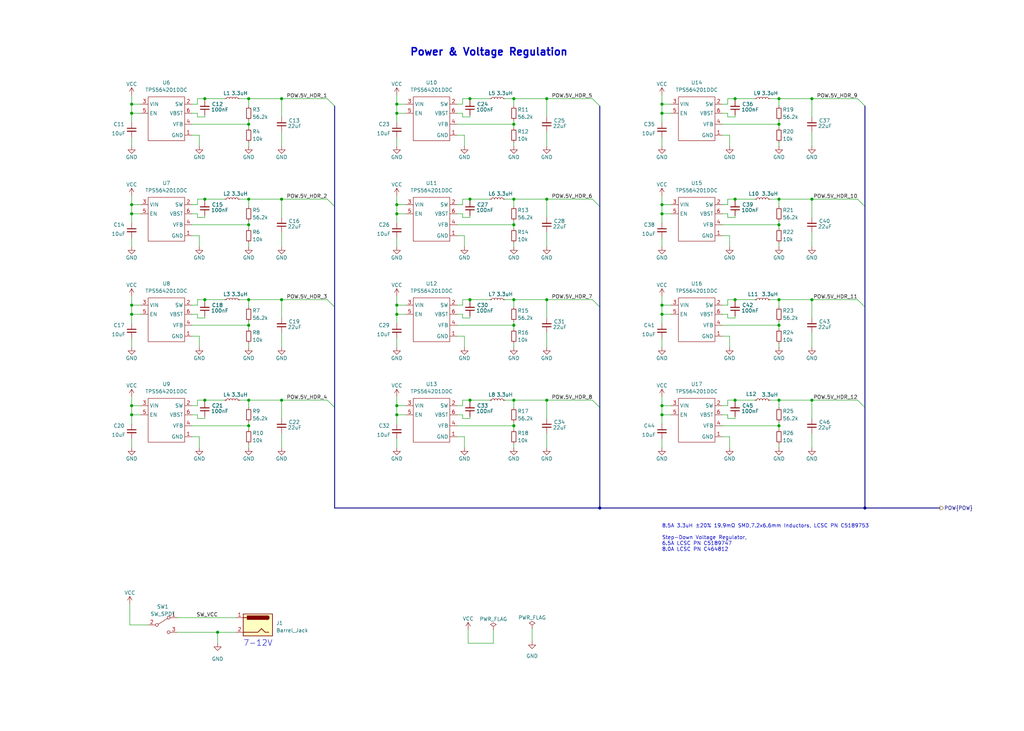
<source format=kicad_sch>
(kicad_sch (version 20231120) (generator "eeschema") (generator_version "8.0")
  (paper "User" 355.6 254)
  (junction (at 229.87 144.145))
  (junction (at 255.27 104.14))
  (junction (at 86.36 139.065))
  (junction (at 178.435 113.03))
  (junction (at 86.36 78.105))
  (junction (at 45.72 140.97))
  (junction (at 270.51 34.29))
  (junction (at 86.36 113.03))
  (junction (at 137.795 140.97))
  (junction (at 137.795 144.145))
  (junction (at 178.435 139.065))
  (junction (at 45.72 109.22))
  (junction (at 270.51 104.14))
  (junction (at 45.72 39.37))
  (junction (at 45.72 36.195))
  (junction (at 178.435 43.18))
  (junction (at 97.79 104.14))
  (junction (at 270.51 78.105))
  (junction (at 97.79 139.065))
  (junction (at 189.865 104.14))
  (junction (at 229.87 140.97))
  (junction (at 71.12 69.215))
  (junction (at 163.195 104.14))
  (junction (at 281.94 104.14))
  (junction (at 45.72 74.295))
  (junction (at 178.435 34.29))
  (junction (at 229.87 36.195))
  (junction (at 178.435 147.955))
  (junction (at 71.12 104.14))
  (junction (at 255.27 34.29))
  (junction (at 71.12 34.29))
  (junction (at 86.36 43.18))
  (junction (at 229.87 109.22))
  (junction (at 45.72 71.12))
  (junction (at 255.27 139.065))
  (junction (at 86.36 104.14))
  (junction (at 281.94 69.215))
  (junction (at 137.795 109.22))
  (junction (at 86.36 69.215))
  (junction (at 137.795 71.12))
  (junction (at 229.87 71.12))
  (junction (at 300.355 176.53))
  (junction (at 86.36 147.955))
  (junction (at 178.435 78.105))
  (junction (at 163.195 69.215))
  (junction (at 189.865 139.065))
  (junction (at 137.795 39.37))
  (junction (at 229.87 74.295))
  (junction (at 86.36 34.29))
  (junction (at 137.795 74.295))
  (junction (at 270.51 139.065))
  (junction (at 270.51 43.18))
  (junction (at 137.795 106.045))
  (junction (at 178.435 104.14))
  (junction (at 281.94 34.29))
  (junction (at 270.51 147.955))
  (junction (at 45.72 106.045))
  (junction (at 163.195 34.29))
  (junction (at 189.865 34.29))
  (junction (at 189.865 69.215))
  (junction (at 75.565 219.71))
  (junction (at 229.87 106.045))
  (junction (at 255.27 69.215))
  (junction (at 97.79 69.215))
  (junction (at 163.195 139.065))
  (junction (at 71.12 139.065))
  (junction (at 45.72 144.145))
  (junction (at 229.87 39.37))
  (junction (at 270.51 69.215))
  (junction (at 270.51 113.03))
  (junction (at 281.94 139.065))
  (junction (at 137.795 36.195))
  (junction (at 97.79 34.29))
  (junction (at 208.28 176.53))
  (junction (at 178.435 69.215))
  (bus_entry (at 113.665 69.215) (size 2.54 2.54))
  (bus_entry (at 205.74 69.215) (size 2.54 2.54))
  (bus_entry (at 205.74 104.14) (size 2.54 2.54))
  (bus_entry (at 113.665 139.065) (size 2.54 2.54))
  (bus_entry (at 297.815 104.14) (size 2.54 2.54))
  (bus_entry (at 205.74 139.065) (size 2.54 2.54))
  (bus_entry (at 297.815 139.065) (size 2.54 2.54))
  (bus_entry (at 205.74 34.29) (size 2.54 2.54))
  (bus_entry (at 297.815 34.29) (size 2.54 2.54))
  (bus_entry (at 113.665 34.29) (size 2.54 2.54))
  (bus_entry (at 113.665 104.14) (size 2.54 2.54))
  (bus_entry (at 297.815 69.215) (size 2.54 2.54))
  (wire (pts (xy 97.79 115.57) (xy 97.79 120.65)))
  (wire (pts (xy 160.655 74.295) (xy 160.655 75.565)))
  (wire (pts (xy 45.72 106.045) (xy 45.72 109.22)))
  (wire (pts (xy 189.865 80.645) (xy 189.865 85.725)))
  (wire (pts (xy 160.655 34.29) (xy 163.195 34.29)))
  (wire (pts (xy 86.36 104.14) (xy 86.36 106.68)))
  (wire (pts (xy 255.27 75.565) (xy 255.27 74.93)))
  (wire (pts (xy 137.795 33.02) (xy 137.795 36.195)))
  (wire (pts (xy 229.87 71.12) (xy 229.87 74.295)))
  (wire (pts (xy 163.195 145.415) (xy 163.195 144.78)))
  (bus (pts (xy 116.205 141.605) (xy 116.205 176.53)))
  (wire (pts (xy 160.655 104.14) (xy 160.655 106.045)))
  (wire (pts (xy 160.655 75.565) (xy 163.195 75.565)))
  (wire (pts (xy 71.12 139.065) (xy 71.12 139.7)))
  (wire (pts (xy 45.72 71.12) (xy 48.895 71.12)))
  (wire (pts (xy 137.795 117.475) (xy 137.795 120.65)))
  (wire (pts (xy 45.72 36.195) (xy 45.72 39.37)))
  (wire (pts (xy 137.795 140.97) (xy 137.795 144.145)))
  (wire (pts (xy 189.865 45.72) (xy 189.865 50.8)))
  (wire (pts (xy 45.72 137.795) (xy 45.72 140.97)))
  (wire (pts (xy 68.58 109.22) (xy 68.58 110.49)))
  (wire (pts (xy 189.865 115.57) (xy 189.865 120.65)))
  (wire (pts (xy 97.79 34.29) (xy 113.665 34.29)))
  (wire (pts (xy 97.79 34.29) (xy 97.79 40.64)))
  (wire (pts (xy 66.675 109.22) (xy 68.58 109.22)))
  (wire (pts (xy 97.79 139.065) (xy 113.665 139.065)))
  (wire (pts (xy 83.185 34.29) (xy 86.36 34.29)))
  (wire (pts (xy 158.75 39.37) (xy 160.655 39.37)))
  (wire (pts (xy 252.73 75.565) (xy 255.27 75.565)))
  (wire (pts (xy 281.94 150.495) (xy 281.94 155.575)))
  (wire (pts (xy 252.73 36.195) (xy 250.825 36.195)))
  (wire (pts (xy 250.825 46.99) (xy 253.365 46.99)))
  (wire (pts (xy 68.58 69.215) (xy 71.12 69.215)))
  (wire (pts (xy 270.51 154.305) (xy 270.51 155.575)))
  (wire (pts (xy 270.51 104.14) (xy 270.51 106.68)))
  (wire (pts (xy 86.36 111.76) (xy 86.36 113.03)))
  (wire (pts (xy 69.215 151.765) (xy 69.215 155.575)))
  (wire (pts (xy 137.795 82.55) (xy 137.795 85.725)))
  (wire (pts (xy 83.185 139.065) (xy 86.36 139.065)))
  (wire (pts (xy 255.27 34.29) (xy 262.255 34.29)))
  (wire (pts (xy 189.865 34.29) (xy 205.74 34.29)))
  (wire (pts (xy 178.435 139.065) (xy 178.435 141.605)))
  (wire (pts (xy 137.795 144.145) (xy 137.795 147.32)))
  (wire (pts (xy 71.12 104.14) (xy 78.105 104.14)))
  (wire (pts (xy 71.12 75.565) (xy 71.12 74.93)))
  (wire (pts (xy 68.58 34.29) (xy 68.58 36.195)))
  (wire (pts (xy 189.865 139.065) (xy 205.74 139.065)))
  (wire (pts (xy 270.51 139.065) (xy 281.94 139.065)))
  (wire (pts (xy 45.72 33.02) (xy 45.72 36.195)))
  (wire (pts (xy 66.675 113.03) (xy 86.36 113.03)))
  (wire (pts (xy 66.675 39.37) (xy 68.58 39.37)))
  (wire (pts (xy 71.12 110.49) (xy 71.12 109.855)))
  (wire (pts (xy 270.51 41.91) (xy 270.51 43.18)))
  (wire (pts (xy 229.87 109.22) (xy 229.87 112.395)))
  (wire (pts (xy 250.825 43.18) (xy 270.51 43.18)))
  (bus (pts (xy 208.28 176.53) (xy 300.355 176.53)))
  (wire (pts (xy 161.29 81.915) (xy 161.29 85.725)))
  (bus (pts (xy 208.28 71.755) (xy 208.28 106.68)))
  (wire (pts (xy 86.36 146.685) (xy 86.36 147.955)))
  (wire (pts (xy 229.87 71.12) (xy 233.045 71.12)))
  (wire (pts (xy 71.12 104.14) (xy 71.12 104.775)))
  (wire (pts (xy 252.73 140.97) (xy 250.825 140.97)))
  (wire (pts (xy 45.72 47.625) (xy 45.72 50.8)))
  (wire (pts (xy 178.435 119.38) (xy 178.435 120.65)))
  (wire (pts (xy 51.435 217.17) (xy 45.085 217.17)))
  (wire (pts (xy 175.26 139.065) (xy 178.435 139.065)))
  (wire (pts (xy 178.435 104.14) (xy 178.435 106.68)))
  (wire (pts (xy 178.435 41.91) (xy 178.435 43.18)))
  (wire (pts (xy 137.795 144.145) (xy 140.97 144.145)))
  (wire (pts (xy 137.795 47.625) (xy 137.795 50.8)))
  (wire (pts (xy 68.58 110.49) (xy 71.12 110.49)))
  (wire (pts (xy 69.215 81.915) (xy 69.215 85.725)))
  (wire (pts (xy 267.335 104.14) (xy 270.51 104.14)))
  (wire (pts (xy 160.655 69.215) (xy 163.195 69.215)))
  (wire (pts (xy 68.58 74.295) (xy 68.58 75.565)))
  (wire (pts (xy 229.87 140.97) (xy 233.045 140.97)))
  (wire (pts (xy 250.825 151.765) (xy 253.365 151.765)))
  (wire (pts (xy 252.73 74.295) (xy 252.73 75.565)))
  (wire (pts (xy 86.36 69.215) (xy 86.36 71.755)))
  (wire (pts (xy 250.825 74.295) (xy 252.73 74.295)))
  (wire (pts (xy 252.73 145.415) (xy 255.27 145.415)))
  (wire (pts (xy 253.365 116.84) (xy 253.365 120.65)))
  (wire (pts (xy 255.27 139.065) (xy 262.255 139.065)))
  (wire (pts (xy 163.195 69.215) (xy 170.18 69.215)))
  (wire (pts (xy 252.73 71.12) (xy 250.825 71.12)))
  (wire (pts (xy 137.795 137.795) (xy 137.795 140.97)))
  (wire (pts (xy 255.27 139.065) (xy 255.27 139.7)))
  (wire (pts (xy 68.58 104.14) (xy 71.12 104.14)))
  (wire (pts (xy 189.865 104.14) (xy 205.74 104.14)))
  (wire (pts (xy 175.26 104.14) (xy 178.435 104.14)))
  (wire (pts (xy 178.435 146.685) (xy 178.435 147.955)))
  (wire (pts (xy 178.435 49.53) (xy 178.435 50.8)))
  (wire (pts (xy 270.51 34.29) (xy 270.51 36.83)))
  (wire (pts (xy 189.865 34.29) (xy 189.865 40.64)))
  (wire (pts (xy 158.75 109.22) (xy 160.655 109.22)))
  (wire (pts (xy 162.56 218.821) (xy 162.56 223.52)))
  (wire (pts (xy 45.72 109.22) (xy 48.895 109.22)))
  (wire (pts (xy 86.36 139.065) (xy 97.79 139.065)))
  (wire (pts (xy 68.58 71.12) (xy 66.675 71.12)))
  (wire (pts (xy 97.79 104.14) (xy 113.665 104.14)))
  (wire (pts (xy 66.675 46.99) (xy 69.215 46.99)))
  (wire (pts (xy 255.27 34.29) (xy 255.27 34.925)))
  (wire (pts (xy 252.73 104.14) (xy 252.73 106.045)))
  (wire (pts (xy 189.865 104.14) (xy 189.865 110.49)))
  (wire (pts (xy 178.435 43.18) (xy 178.435 44.45)))
  (wire (pts (xy 281.94 69.215) (xy 281.94 75.565)))
  (wire (pts (xy 45.72 67.945) (xy 45.72 71.12)))
  (wire (pts (xy 137.795 109.22) (xy 140.97 109.22)))
  (wire (pts (xy 252.73 110.49) (xy 255.27 110.49)))
  (wire (pts (xy 250.825 147.955) (xy 270.51 147.955)))
  (bus (pts (xy 300.355 176.53) (xy 326.39 176.53)))
  (wire (pts (xy 137.795 71.12) (xy 137.795 74.295)))
  (wire (pts (xy 83.185 104.14) (xy 86.36 104.14)))
  (wire (pts (xy 45.72 36.195) (xy 48.895 36.195)))
  (bus (pts (xy 116.205 106.68) (xy 116.205 141.605)))
  (wire (pts (xy 86.36 119.38) (xy 86.36 120.65)))
  (wire (pts (xy 255.27 104.14) (xy 262.255 104.14)))
  (wire (pts (xy 229.87 152.4) (xy 229.87 155.575)))
  (wire (pts (xy 270.51 147.955) (xy 270.51 149.225)))
  (wire (pts (xy 45.72 71.12) (xy 45.72 74.295)))
  (wire (pts (xy 137.795 102.87) (xy 137.795 106.045)))
  (bus (pts (xy 300.355 36.83) (xy 300.355 71.755)))
  (wire (pts (xy 184.785 218.44) (xy 184.785 222.885)))
  (wire (pts (xy 178.435 84.455) (xy 178.435 85.725)))
  (wire (pts (xy 270.51 76.835) (xy 270.51 78.105)))
  (wire (pts (xy 252.73 69.215) (xy 252.73 71.12)))
  (wire (pts (xy 137.795 39.37) (xy 137.795 42.545)))
  (wire (pts (xy 163.195 34.29) (xy 163.195 34.925)))
  (wire (pts (xy 178.435 69.215) (xy 189.865 69.215)))
  (wire (pts (xy 270.51 111.76) (xy 270.51 113.03)))
  (wire (pts (xy 270.51 119.38) (xy 270.51 120.65)))
  (wire (pts (xy 71.12 69.215) (xy 71.12 69.85)))
  (wire (pts (xy 252.73 109.22) (xy 252.73 110.49)))
  (wire (pts (xy 178.435 69.215) (xy 178.435 71.755)))
  (bus (pts (xy 300.355 71.755) (xy 300.355 106.68)))
  (wire (pts (xy 163.195 104.14) (xy 170.18 104.14)))
  (wire (pts (xy 45.085 209.804) (xy 45.085 217.17)))
  (wire (pts (xy 83.185 69.215) (xy 86.36 69.215)))
  (wire (pts (xy 270.51 49.53) (xy 270.51 50.8)))
  (wire (pts (xy 178.435 154.305) (xy 178.435 155.575)))
  (wire (pts (xy 45.72 82.55) (xy 45.72 85.725)))
  (wire (pts (xy 270.51 84.455) (xy 270.51 85.725)))
  (wire (pts (xy 171.323 218.948) (xy 171.323 223.52)))
  (wire (pts (xy 267.335 69.215) (xy 270.51 69.215)))
  (wire (pts (xy 163.195 139.065) (xy 170.18 139.065)))
  (wire (pts (xy 270.51 113.03) (xy 270.51 114.3)))
  (wire (pts (xy 68.58 40.64) (xy 71.12 40.64)))
  (wire (pts (xy 137.795 74.295) (xy 140.97 74.295)))
  (wire (pts (xy 45.72 74.295) (xy 48.895 74.295)))
  (wire (pts (xy 229.87 137.795) (xy 229.87 140.97)))
  (wire (pts (xy 178.435 111.76) (xy 178.435 113.03)))
  (wire (pts (xy 229.87 109.22) (xy 233.045 109.22)))
  (wire (pts (xy 281.94 34.29) (xy 281.94 40.64)))
  (wire (pts (xy 229.87 36.195) (xy 229.87 39.37)))
  (wire (pts (xy 86.36 84.455) (xy 86.36 85.725)))
  (wire (pts (xy 68.58 39.37) (xy 68.58 40.64)))
  (wire (pts (xy 161.29 151.765) (xy 161.29 155.575)))
  (wire (pts (xy 178.435 34.29) (xy 178.435 36.83)))
  (wire (pts (xy 270.51 78.105) (xy 270.51 79.375)))
  (wire (pts (xy 270.51 43.18) (xy 270.51 44.45)))
  (wire (pts (xy 97.79 150.495) (xy 97.79 155.575)))
  (wire (pts (xy 250.825 116.84) (xy 253.365 116.84)))
  (wire (pts (xy 270.51 146.685) (xy 270.51 147.955)))
  (wire (pts (xy 71.12 40.64) (xy 71.12 40.005)))
  (wire (pts (xy 252.73 139.065) (xy 255.27 139.065)))
  (bus (pts (xy 116.205 176.53) (xy 208.28 176.53)))
  (wire (pts (xy 270.51 104.14) (xy 281.94 104.14)))
  (wire (pts (xy 86.36 76.835) (xy 86.36 78.105)))
  (wire (pts (xy 160.655 69.215) (xy 160.655 71.12)))
  (wire (pts (xy 158.75 46.99) (xy 161.29 46.99)))
  (wire (pts (xy 161.29 46.99) (xy 161.29 50.8)))
  (wire (pts (xy 252.73 139.065) (xy 252.73 140.97)))
  (wire (pts (xy 171.323 223.52) (xy 162.56 223.52)))
  (wire (pts (xy 160.655 36.195) (xy 158.75 36.195)))
  (wire (pts (xy 68.58 75.565) (xy 71.12 75.565)))
  (wire (pts (xy 160.655 140.97) (xy 158.75 140.97)))
  (wire (pts (xy 281.94 139.065) (xy 281.94 145.415)))
  (wire (pts (xy 175.26 69.215) (xy 178.435 69.215)))
  (wire (pts (xy 229.87 39.37) (xy 233.045 39.37)))
  (bus (pts (xy 208.28 36.83) (xy 208.28 71.755)))
  (wire (pts (xy 71.12 139.065) (xy 78.105 139.065)))
  (bus (pts (xy 116.205 71.755) (xy 116.205 106.68)))
  (wire (pts (xy 66.675 81.915) (xy 69.215 81.915)))
  (wire (pts (xy 281.94 115.57) (xy 281.94 120.65)))
  (wire (pts (xy 229.87 67.945) (xy 229.87 71.12)))
  (wire (pts (xy 71.12 34.29) (xy 71.12 34.925)))
  (wire (pts (xy 66.675 78.105) (xy 86.36 78.105)))
  (wire (pts (xy 229.87 74.295) (xy 229.87 77.47)))
  (wire (pts (xy 281.94 104.14) (xy 297.815 104.14)))
  (wire (pts (xy 137.795 39.37) (xy 140.97 39.37)))
  (wire (pts (xy 250.825 78.105) (xy 270.51 78.105)))
  (wire (pts (xy 252.73 144.145) (xy 252.73 145.415)))
  (wire (pts (xy 45.72 140.97) (xy 45.72 144.145)))
  (wire (pts (xy 66.675 144.145) (xy 68.58 144.145)))
  (wire (pts (xy 137.795 109.22) (xy 137.795 112.395)))
  (wire (pts (xy 178.435 78.105) (xy 178.435 79.375)))
  (wire (pts (xy 229.87 106.045) (xy 233.045 106.045)))
  (wire (pts (xy 281.94 139.065) (xy 297.815 139.065)))
  (wire (pts (xy 158.75 144.145) (xy 160.655 144.145)))
  (wire (pts (xy 68.58 139.065) (xy 71.12 139.065)))
  (wire (pts (xy 250.825 81.915) (xy 253.365 81.915)))
  (wire (pts (xy 86.36 41.91) (xy 86.36 43.18)))
  (wire (pts (xy 158.75 113.03) (xy 178.435 113.03)))
  (wire (pts (xy 86.36 69.215) (xy 97.79 69.215)))
  (wire (pts (xy 255.27 110.49) (xy 255.27 109.855)))
  (wire (pts (xy 229.87 140.97) (xy 229.87 144.145)))
  (wire (pts (xy 229.87 33.02) (xy 229.87 36.195)))
  (wire (pts (xy 160.655 139.065) (xy 163.195 139.065)))
  (wire (pts (xy 97.79 45.72) (xy 97.79 50.8)))
  (wire (pts (xy 45.72 144.145) (xy 45.72 147.32)))
  (wire (pts (xy 69.215 46.99) (xy 69.215 50.8)))
  (wire (pts (xy 160.655 71.12) (xy 158.75 71.12)))
  (wire (pts (xy 163.195 104.14) (xy 163.195 104.775)))
  (wire (pts (xy 86.36 34.29) (xy 86.36 36.83)))
  (wire (pts (xy 45.72 102.87) (xy 45.72 106.045)))
  (wire (pts (xy 66.675 147.955) (xy 86.36 147.955)))
  (wire (pts (xy 229.87 144.145) (xy 229.87 147.32)))
  (wire (pts (xy 281.94 69.215) (xy 297.815 69.215)))
  (wire (pts (xy 68.58 36.195) (xy 66.675 36.195)))
  (wire (pts (xy 160.655 110.49) (xy 163.195 110.49)))
  (wire (pts (xy 68.58 104.14) (xy 68.58 106.045)))
  (wire (pts (xy 66.675 74.295) (xy 68.58 74.295)))
  (wire (pts (xy 71.12 69.215) (xy 78.105 69.215)))
  (wire (pts (xy 178.435 34.29) (xy 189.865 34.29)))
  (wire (pts (xy 160.655 34.29) (xy 160.655 36.195)))
  (wire (pts (xy 97.79 69.215) (xy 113.665 69.215)))
  (wire (pts (xy 137.795 152.4) (xy 137.795 155.575)))
  (wire (pts (xy 158.75 78.105) (xy 178.435 78.105)))
  (wire (pts (xy 160.655 145.415) (xy 163.195 145.415)))
  (wire (pts (xy 229.87 39.37) (xy 229.87 42.545)))
  (wire (pts (xy 66.675 43.18) (xy 86.36 43.18)))
  (wire (pts (xy 229.87 82.55) (xy 229.87 85.725)))
  (wire (pts (xy 229.87 106.045) (xy 229.87 109.22)))
  (wire (pts (xy 45.72 140.97) (xy 48.895 140.97)))
  (wire (pts (xy 160.655 106.045) (xy 158.75 106.045)))
  (wire (pts (xy 281.94 104.14) (xy 281.94 110.49)))
  (wire (pts (xy 45.72 109.22) (xy 45.72 112.395)))
  (wire (pts (xy 281.94 80.645) (xy 281.94 85.725)))
  (wire (pts (xy 250.825 144.145) (xy 252.73 144.145)))
  (wire (pts (xy 160.655 104.14) (xy 163.195 104.14)))
  (wire (pts (xy 255.27 69.215) (xy 255.27 69.85)))
  (wire (pts (xy 255.27 104.14) (xy 255.27 104.775)))
  (wire (pts (xy 229.87 102.87) (xy 229.87 106.045)))
  (wire (pts (xy 252.73 106.045) (xy 250.825 106.045)))
  (wire (pts (xy 97.79 80.645) (xy 97.79 85.725)))
  (wire (pts (xy 45.72 106.045) (xy 48.895 106.045)))
  (wire (pts (xy 270.51 34.29) (xy 281.94 34.29)))
  (wire (pts (xy 178.435 76.835) (xy 178.435 78.105)))
  (wire (pts (xy 86.36 139.065) (xy 86.36 141.605)))
  (wire (pts (xy 270.51 139.065) (xy 270.51 141.605)))
  (wire (pts (xy 250.825 39.37) (xy 252.73 39.37)))
  (wire (pts (xy 69.215 116.84) (xy 69.215 120.65)))
  (wire (pts (xy 68.58 34.29) (xy 71.12 34.29)))
  (wire (pts (xy 163.195 69.215) (xy 163.195 69.85)))
  (wire (pts (xy 45.72 74.295) (xy 45.72 77.47)))
  (wire (pts (xy 137.795 106.045) (xy 137.795 109.22)))
  (wire (pts (xy 189.865 69.215) (xy 189.865 75.565)))
  (bus (pts (xy 208.28 141.605) (xy 208.28 176.53)))
  (wire (pts (xy 68.58 139.065) (xy 68.58 140.97)))
  (wire (pts (xy 229.87 47.625) (xy 229.87 50.8)))
  (bus (pts (xy 116.205 36.83) (xy 116.205 71.755)))
  (wire (pts (xy 160.655 40.64) (xy 163.195 40.64)))
  (wire (pts (xy 267.335 34.29) (xy 270.51 34.29)))
  (wire (pts (xy 189.865 69.215) (xy 205.74 69.215)))
  (wire (pts (xy 86.36 43.18) (xy 86.36 44.45)))
  (wire (pts (xy 161.29 116.84) (xy 161.29 120.65)))
  (wire (pts (xy 175.26 34.29) (xy 178.435 34.29)))
  (wire (pts (xy 250.825 109.22) (xy 252.73 109.22)))
  (wire (pts (xy 45.72 117.475) (xy 45.72 120.65)))
  (wire (pts (xy 97.79 104.14) (xy 97.79 110.49)))
  (wire (pts (xy 68.58 145.415) (xy 71.12 145.415)))
  (wire (pts (xy 253.365 151.765) (xy 253.365 155.575)))
  (wire (pts (xy 163.195 75.565) (xy 163.195 74.93)))
  (wire (pts (xy 158.75 74.295) (xy 160.655 74.295)))
  (bus (pts (xy 208.28 106.68) (xy 208.28 141.605)))
  (wire (pts (xy 178.435 104.14) (xy 189.865 104.14)))
  (wire (pts (xy 158.75 43.18) (xy 178.435 43.18)))
  (wire (pts (xy 250.825 113.03) (xy 270.51 113.03)))
  (bus (pts (xy 300.355 141.605) (xy 300.355 176.53)))
  (wire (pts (xy 252.73 39.37) (xy 252.73 40.64)))
  (wire (pts (xy 253.365 46.99) (xy 253.365 50.8)))
  (wire (pts (xy 71.12 145.415) (xy 71.12 144.78)))
  (wire (pts (xy 86.36 104.14) (xy 97.79 104.14)))
  (wire (pts (xy 163.195 139.065) (xy 163.195 139.7)))
  (wire (pts (xy 229.87 117.475) (xy 229.87 120.65)))
  (wire (pts (xy 66.675 151.765) (xy 69.215 151.765)))
  (wire (pts (xy 255.27 69.215) (xy 262.255 69.215)))
  (wire (pts (xy 252.73 34.29) (xy 255.27 34.29)))
  (wire (pts (xy 137.795 74.295) (xy 137.795 77.47)))
  (wire (pts (xy 178.435 147.955) (xy 178.435 149.225)))
  (wire (pts (xy 158.75 116.84) (xy 161.29 116.84)))
  (wire (pts (xy 68.58 140.97) (xy 66.675 140.97)))
  (wire (pts (xy 75.565 219.71) (xy 75.565 223.52)))
  (wire (pts (xy 61.595 219.71) (xy 75.565 219.71)))
  (wire (pts (xy 71.12 34.29) (xy 78.105 34.29)))
  (wire (pts (xy 86.36 34.29) (xy 97.79 34.29)))
  (bus (pts (xy 300.355 106.68) (xy 300.355 141.605)))
  (wire (pts (xy 178.435 113.03) (xy 178.435 114.3)))
  (wire (pts (xy 68.58 106.045) (xy 66.675 106.045)))
  (wire (pts (xy 137.795 71.12) (xy 140.97 71.12)))
  (wire (pts (xy 163.195 110.49) (xy 163.195 109.855)))
  (wire (pts (xy 160.655 139.065) (xy 160.655 140.97)))
  (wire (pts (xy 61.595 214.63) (xy 81.915 214.63)))
  (wire (pts (xy 86.36 147.955) (xy 86.36 149.225)))
  (wire (pts (xy 137.795 67.945) (xy 137.795 71.12)))
  (wire (pts (xy 160.655 109.22) (xy 160.655 110.49)))
  (wire (pts (xy 86.36 113.03) (xy 86.36 114.3)))
  (wire (pts (xy 252.73 104.14) (xy 255.27 104.14)))
  (wire (pts (xy 158.75 147.955) (xy 178.435 147.955)))
  (wire (pts (xy 270.51 69.215) (xy 281.94 69.215)))
  (wire (pts (xy 252.73 40.64) (xy 255.27 40.64)))
  (wire (pts (xy 253.365 81.915) (xy 253.365 85.725)))
  (wire (pts (xy 158.75 151.765) (xy 161.29 151.765)))
  (wire (pts (xy 163.195 40.64) (xy 163.195 40.005)))
  (wire (pts (xy 281.94 45.72) (xy 281.94 50.8)))
  (wire (pts (xy 189.865 150.495) (xy 189.865 155.575)))
  (wire (pts (xy 68.58 69.215) (xy 68.58 71.12)))
  (wire (pts (xy 229.87 144.145) (xy 233.045 144.145)))
  (wire (pts (xy 86.36 49.53) (xy 86.36 50.8)))
  (wire (pts (xy 281.94 34.29) (xy 297.815 34.29)))
  (wire (pts (xy 86.36 78.105) (xy 86.36 79.375)))
  (wire (pts (xy 255.27 40.64) (xy 255.27 40.005)))
  (wire (pts (xy 229.87 74.295) (xy 233.045 74.295)))
  (wire (pts (xy 255.27 145.415) (xy 255.27 144.78)))
  (wire (pts (xy 97.79 69.215) (xy 97.79 75.565)))
  (wire (pts (xy 267.335 139.065) (xy 270.51 139.065)))
  (wire (pts (xy 137.795 36.195) (xy 137.795 39.37)))
  (wire (pts (xy 45.72 144.145) (xy 48.895 144.145)))
  (wire (pts (xy 252.73 69.215) (xy 255.27 69.215)))
  (wire (pts (xy 163.195 34.29) (xy 170.18 34.29)))
  (wire (pts (xy 86.36 154.305) (xy 86.36 155.575)))
  (wire (pts (xy 137.795 140.97) (xy 140.97 140.97)))
  (wire (pts (xy 75.565 219.71) (xy 81.915 219.71)))
  (wire (pts (xy 66.675 116.84) (xy 69.215 116.84)))
  (wire (pts (xy 137.795 106.045) (xy 140.97 106.045)))
  (wire (pts (xy 189.865 139.065) (xy 189.865 145.415)))
  (wire (pts (xy 45.72 39.37) (xy 45.72 42.545)))
  (wire (pts (xy 160.655 39.37) (xy 160.655 40.64)))
  (wire (pts (xy 270.51 69.215) (xy 270.51 71.755)))
  (wire (pts (xy 160.655 144.145) (xy 160.655 145.415)))
  (wire (pts (xy 97.79 139.065) (xy 97.79 145.415)))
  (wire (pts (xy 158.75 81.915) (xy 161.29 81.915)))
  (wire (pts (xy 45.72 39.37) (xy 48.895 39.37)))
  (wire (pts (xy 68.58 144.145) (xy 68.58 145.415)))
  (wire (pts (xy 137.795 36.195) (xy 140.97 36.195)))
  (wire (pts (xy 45.72 152.4) (xy 45.72 155.575)))
  (wire (pts (xy 229.87 36.195) (xy 233.045 36.195)))
  (wire (pts (xy 252.73 34.29) (xy 252.73 36.195)))
  (wire (pts (xy 178.435 139.065) (xy 189.865 139.065)))
  (text "7-12V" (at 84.455 224.79 0) (effects (font (size 2.032 2.032)) (justify left bottom)))
  (text "\n\n8.5A 3.3uH ±20% 19.9mΩ SMD,7.2x6.6mm Inductors, LCSC PN C5189753\n\nStep-Down Voltage Regulator, \n6.5A LCSC PN C5189747\n8.0A LCSC PN C464812" (at 229.87 191.77 0) (effects (font (size 1.27 1.27)) (justify left bottom)))
  (text "Power & Voltage Regulation" (at 142.24 19.685 0) (effects (font (size 2.54 2.54) (thickness 0.508) (bold yes)) (justify left bottom)))
  (label "POW.5V_HDR_6" (at 205.74 69.215 180))
  (label "POW.5V_HDR_3" (at 113.665 104.14 180))
  (label "POW.5V_HDR_5" (at 205.74 34.29 180))
  (label "POW.5V_HDR_7" (at 205.74 104.14 180))
  (label "POW.5V_HDR_10" (at 297.815 69.215 180))
  (label "POW.5V_HDR_2" (at 113.665 69.215 180))
  (label "POW.5V_HDR_1" (at 113.665 34.29 180))
  (label "POW.5V_HDR_4" (at 113.665 139.065 180))
  (label "SW_VCC" (at 68.199 214.63 0))
  (label "POW.5V_HDR_8" (at 205.74 139.065 180))
  (label "POW.5V_HDR_11" (at 297.815 104.14 180))
  (label "POW.5V_HDR_12" (at 297.815 139.065 180))
  (label "POW.5V_HDR_9" (at 297.815 34.29 180))
  (hierarchical_label "POW{POW}" (shape output) (at 326.39 176.53 0))
  (symbol (lib_id "arena_custom:TPS564201DDC") (at 57.785 111.125 0) (unit 1)
    (property "Reference" "U8" (at 57.785 98.552 0))
    (property "Value" "TPS564201DDC" (at 57.785 101.092 0))
    (property "Footprint" "Package_TO_SOT_SMD:SOT-23-6" (effects (hide yes)))
  )
  (symbol (lib_id "Device:C_Small") (at 45.72 149.86 0) (unit 1)
    (property "Reference" "C20" (at 39.37 147.955 0) (effects (justify left)))
    (property "Value" "10uF" (at 38.735 151.13 0) (effects (justify left)))
    (property "Footprint" "Capacitor_SMD:C_0603_1608Metric" (effects (hide yes)))
  )
  (symbol (lib_id "arena_custom:TPS564201DDC") (at 149.86 146.05 0) (unit 1)
    (property "Reference" "U13" (at 149.86 133.477 0))
    (property "Value" "TPS564201DDC" (at 149.86 136.017 0))
    (property "Footprint" "Package_TO_SOT_SMD:SOT-23-6" (effects (hide yes)))
  )
  (symbol (lib_id "arena_custom:TPS564201DDC") (at 149.86 111.125 0) (unit 1)
    (property "Reference" "U12" (at 149.86 98.552 0))
    (property "Value" "TPS564201DDC" (at 149.86 101.092 0))
    (property "Footprint" "Package_TO_SOT_SMD:SOT-23-6" (effects (hide yes)))
  )
  (symbol (lib_id "Device:C_Small") (at 229.87 149.86 0) (unit 1)
    (property "Reference" "C44" (at 223.52 147.955 0) (effects (justify left)))
    (property "Value" "10uF" (at 222.885 151.13 0) (effects (justify left)))
    (property "Footprint" "Capacitor_SMD:C_0603_1608Metric" (effects (hide yes)))
  )
  (symbol (lib_id "power:GND") (at 270.51 50.8 0) (unit 1)
    (property "Reference" "#PWR0110" (effects (hide yes)))
    (property "Value" "GND" (at 270.51 54.61 0))
  )
  (symbol (lib_id "Device:C_Small") (at 97.79 43.18 180) (unit 1)
    (property "Reference" "C13" (at 104.14 41.91 0) (effects (justify left)))
    (property "Value" "22uF" (at 104.775 43.815 0) (effects (justify left)))
    (property "Footprint" "Capacitor_SMD:C_0603_1608Metric" (effects (hide yes)))
  )
  (symbol (lib_id "Device:C_Small") (at 255.27 37.465 180) (unit 1)
    (property "Reference" "C36" (at 261.62 36.195 0) (effects (justify left)))
    (property "Value" "100nF" (at 263.525 38.1 0) (effects (justify left)))
    (property "Footprint" "Capacitor_SMD:C_0603_1608Metric" (effects (hide yes)))
  )
  (symbol (lib_id "Device:C_Small") (at 137.795 149.86 0) (unit 1)
    (property "Reference" "C32" (at 131.445 147.955 0) (effects (justify left)))
    (property "Value" "10uF" (at 130.81 151.13 0) (effects (justify left)))
    (property "Footprint" "Capacitor_SMD:C_0603_1608Metric" (effects (hide yes)))
  )
  (symbol (lib_id "power:GND") (at 97.79 120.65 0) (unit 1)
    (property "Reference" "#PWR081" (effects (hide yes)))
    (property "Value" "GND" (at 97.79 124.46 0))
  )
  (symbol (lib_id "Device:R_Small") (at 270.51 144.145 0) (unit 1)
    (property "Reference" "R25" (at 271.78 142.875 0) (effects (justify left)))
    (property "Value" "56.2k" (at 271.78 145.415 0) (effects (justify left)))
    (property "Footprint" "Resistor_SMD:R_0603_1608Metric" (effects (hide yes)))
  )
  (symbol (lib_id "power:GND") (at 178.435 50.8 0) (unit 1)
    (property "Reference" "#PWR090" (effects (hide yes)))
    (property "Value" "GND" (at 178.435 54.61 0))
  )
  (symbol (lib_id "Device:C_Small") (at 163.195 37.465 180) (unit 1)
    (property "Reference" "C24" (at 169.545 36.195 0) (effects (justify left)))
    (property "Value" "100nF" (at 171.45 38.1 0) (effects (justify left)))
    (property "Footprint" "Capacitor_SMD:C_0603_1608Metric" (effects (hide yes)))
  )
  (symbol (lib_id "Device:C_Small") (at 71.12 142.24 180) (unit 1)
    (property "Reference" "C21" (at 77.47 140.97 0) (effects (justify left)))
    (property "Value" "100nF" (at 79.375 142.875 0) (effects (justify left)))
    (property "Footprint" "Capacitor_SMD:C_0603_1608Metric" (effects (hide yes)))
  )
  (symbol (lib_id "Device:C_Small") (at 281.94 43.18 180) (unit 1)
    (property "Reference" "C37" (at 288.29 41.91 0) (effects (justify left)))
    (property "Value" "22uF" (at 288.925 43.815 0) (effects (justify left)))
    (property "Footprint" "Capacitor_SMD:C_0603_1608Metric" (effects (hide yes)))
  )
  (symbol (lib_id "power:GND") (at 189.865 85.725 0) (unit 1)
    (property "Reference" "#PWR096" (effects (hide yes)))
    (property "Value" "GND" (at 189.865 89.535 0))
  )
  (symbol (lib_id "Device:R_Small") (at 86.36 81.915 0) (unit 1)
    (property "Reference" "R6" (at 87.63 80.645 0) (effects (justify left)))
    (property "Value" "10k" (at 87.63 83.185 0) (effects (justify left)))
    (property "Footprint" "Resistor_SMD:R_0603_1608Metric" (effects (hide yes)))
  )
  (symbol (lib_id "power:GND") (at 178.435 155.575 0) (unit 1)
    (property "Reference" "#PWR0105" (effects (hide yes)))
    (property "Value" "GND" (at 178.435 159.385 0))
  )
  (symbol (lib_id "Device:L_Small") (at 80.645 69.215 90) (unit 1)
    (property "Reference" "L2" (at 78.74 67.31 90))
    (property "Value" "3.3uH" (at 83.185 67.31 90))
    (property "Footprint" "arena_custom:CYA0650_3P3UH" (effects (hide yes)))
  )
  (symbol (lib_id "power:GND") (at 229.87 120.65 0) (unit 1)
    (property "Reference" "#PWR0118" (effects (hide yes)))
    (property "Value" "GND" (at 229.87 124.46 0))
  )
  (symbol (lib_id "Device:R_Small") (at 270.51 74.295 0) (unit 1)
    (property "Reference" "R21" (at 271.78 73.025 0) (effects (justify left)))
    (property "Value" "56.2k" (at 271.78 75.565 0) (effects (justify left)))
    (property "Footprint" "Resistor_SMD:R_0603_1608Metric" (effects (hide yes)))
  )
  (symbol (lib_id "power:GND") (at 189.865 155.575 0) (unit 1)
    (property "Reference" "#PWR0106" (effects (hide yes)))
    (property "Value" "GND" (at 189.865 159.385 0))
  )
  (symbol (lib_id "power:GND") (at 270.51 155.575 0) (unit 1)
    (property "Reference" "#PWR0125" (effects (hide yes)))
    (property "Value" "GND" (at 270.51 159.385 0))
  )
  (symbol (lib_id "power:GND") (at 97.79 85.725 0) (unit 1)
    (property "Reference" "#PWR054" (effects (hide yes)))
    (property "Value" "GND" (at 97.79 89.535 0))
  )
  (symbol (lib_id "power:GND") (at 137.795 50.8 0) (unit 1)
    (property "Reference" "#PWR088" (effects (hide yes)))
    (property "Value" "GND" (at 137.795 54.61 0))
  )
  (symbol (lib_id "power:GND") (at 45.72 50.8 0) (unit 1)
    (property "Reference" "#PWR04" (effects (hide yes)))
    (property "Value" "GND" (at 45.72 54.61 0))
  )
  (symbol (lib_id "power:GND") (at 161.29 50.8 0) (unit 1)
    (property "Reference" "#PWR089" (effects (hide yes)))
    (property "Value" "GND" (at 161.29 54.61 0))
  )
  (symbol (lib_id "Device:R_Small") (at 270.51 151.765 0) (unit 1)
    (property "Reference" "R26" (at 271.78 150.495 0) (effects (justify left)))
    (property "Value" "10k" (at 271.78 153.035 0) (effects (justify left)))
    (property "Footprint" "Resistor_SMD:R_0603_1608Metric" (effects (hide yes)))
  )
  (symbol (lib_id "power:GND") (at 178.435 85.725 0) (unit 1)
    (property "Reference" "#PWR095" (effects (hide yes)))
    (property "Value" "GND" (at 178.435 89.535 0))
  )
  (symbol (lib_id "power:GND") (at 86.36 120.65 0) (unit 1)
    (property "Reference" "#PWR080" (effects (hide yes)))
    (property "Value" "GND" (at 86.36 124.46 0))
  )
  (symbol (lib_id "power:GND") (at 253.365 50.8 0) (unit 1)
    (property "Reference" "#PWR0109" (effects (hide yes)))
    (property "Value" "GND" (at 253.365 54.61 0))
  )
  (symbol (lib_id "power:VCC") (at 45.72 67.945 0) (unit 1)
    (property "Reference" "#PWR024" (effects (hide yes)))
    (property "Value" "VCC" (at 45.72 64.135 0))
  )
  (symbol (lib_id "power:GND") (at 45.72 120.65 0) (unit 1)
    (property "Reference" "#PWR058" (effects (hide yes)))
    (property "Value" "GND" (at 45.72 124.46 0))
  )
  (symbol (lib_id "Device:L_Small") (at 172.72 104.14 90) (unit 1)
    (property "Reference" "L7" (at 170.815 102.235 90))
    (property "Value" "3.3uH" (at 175.26 102.235 90))
    (property "Footprint" "arena_custom:CYA0650_3P3UH" (effects (hide yes)))
  )
  (symbol (lib_id "Device:R_Small") (at 86.36 144.145 0) (unit 1)
    (property "Reference" "R9" (at 87.63 142.875 0) (effects (justify left)))
    (property "Value" "56.2k" (at 87.63 145.415 0) (effects (justify left)))
    (property "Footprint" "Resistor_SMD:R_0603_1608Metric" (effects (hide yes)))
  )
  (symbol (lib_id "power:VCC") (at 162.56 218.821 0) (unit 1)
    (property "Reference" "#PWR076" (effects (hide yes)))
    (property "Value" "VCC" (at 162.56 215.011 0))
  )
  (symbol (lib_id "power:GND") (at 45.72 85.725 0) (unit 1)
    (property "Reference" "#PWR038" (effects (hide yes)))
    (property "Value" "GND" (at 45.72 89.535 0))
  )
  (symbol (lib_id "power:VCC") (at 229.87 33.02 0) (unit 1)
    (property "Reference" "#PWR0107" (effects (hide yes)))
    (property "Value" "VCC" (at 229.87 29.21 0))
  )
  (symbol (lib_id "power:VCC") (at 137.795 137.795 0) (unit 1)
    (property "Reference" "#PWR0102" (effects (hide yes)))
    (property "Value" "VCC" (at 137.795 133.985 0))
  )
  (symbol (lib_id "power:GND") (at 137.795 155.575 0) (unit 1)
    (property "Reference" "#PWR0103" (effects (hide yes)))
    (property "Value" "GND" (at 137.795 159.385 0))
  )
  (symbol (lib_id "Device:C_Small") (at 97.79 113.03 180) (unit 1)
    (property "Reference" "C19" (at 104.14 111.76 0) (effects (justify left)))
    (property "Value" "22uF" (at 104.775 113.665 0) (effects (justify left)))
    (property "Footprint" "Capacitor_SMD:C_0603_1608Metric" (effects (hide yes)))
  )
  (symbol (lib_id "power:GND") (at 69.215 155.575 0) (unit 1)
    (property "Reference" "#PWR084" (effects (hide yes)))
    (property "Value" "GND" (at 69.215 159.385 0))
  )
  (symbol (lib_id "power:GND") (at 253.365 85.725 0) (unit 1)
    (property "Reference" "#PWR0114" (effects (hide yes)))
    (property "Value" "GND" (at 253.365 89.535 0))
  )
  (symbol (lib_id "power:VCC") (at 137.795 102.87 0) (unit 1)
    (property "Reference" "#PWR097" (effects (hide yes)))
    (property "Value" "VCC" (at 137.795 99.06 0))
  )
  (symbol (lib_id "power:GND") (at 229.87 50.8 0) (unit 1)
    (property "Reference" "#PWR0108" (effects (hide yes)))
    (property "Value" "GND" (at 229.87 54.61 0))
  )
  (symbol (lib_id "Device:L_Small") (at 80.645 104.14 90) (unit 1)
    (property "Reference" "L3" (at 78.74 102.235 90))
    (property "Value" "3.3uH" (at 83.185 102.235 90))
    (property "Footprint" "arena_custom:CYA0650_3P3UH" (effects (hide yes)))
  )
  (symbol (lib_id "Device:R_Small") (at 270.51 39.37 0) (unit 1)
    (property "Reference" "R19" (at 271.78 38.1 0) (effects (justify left)))
    (property "Value" "56.2k" (at 271.78 40.64 0) (effects (justify left)))
    (property "Footprint" "Resistor_SMD:R_0603_1608Metric" (effects (hide yes)))
  )
  (symbol (lib_id "power:GND") (at 189.865 50.8 0) (unit 1)
    (property "Reference" "#PWR091" (effects (hide yes)))
    (property "Value" "GND" (at 189.865 54.61 0))
  )
  (symbol (lib_id "power:GND") (at 270.51 85.725 0) (unit 1)
    (property "Reference" "#PWR0115" (effects (hide yes)))
    (property "Value" "GND" (at 270.51 89.535 0))
  )
  (symbol (lib_id "Connector:Barrel_Jack") (at 89.535 217.17 0) (mirror y) (unit 1)
    (property "Reference" "J1" (at 95.885 216.535 0) (effects (justify right)))
    (property "Value" "Barrel_Jack" (at 95.885 219.075 0) (effects (justify right)))
    (property "Footprint" "arena_custom:DCJACK_2PIN_HIGHCURRENT" (effects (hide yes)))
  )
  (symbol (lib_id "Device:C_Small") (at 71.12 107.315 180) (unit 1)
    (property "Reference" "C18" (at 77.47 106.045 0) (effects (justify left)))
    (property "Value" "100nF" (at 79.375 107.95 0) (effects (justify left)))
    (property "Footprint" "Capacitor_SMD:C_0603_1608Metric" (effects (hide yes)))
  )
  (symbol (lib_id "power:VCC") (at 45.085 209.804 0) (unit 1)
    (property "Reference" "#PWR02" (effects (hide yes)))
    (property "Value" "VCC" (at 45.085 205.994 0))
  )
  (symbol (lib_id "Device:R_Small") (at 86.36 39.37 0) (unit 1)
    (property "Reference" "R3" (at 87.63 38.1 0) (effects (justify left)))
    (property "Value" "56.2k" (at 87.63 40.64 0) (effects (justify left)))
    (property "Footprint" "Resistor_SMD:R_0603_1608Metric" (effects (hide yes)))
  )
  (symbol (lib_id "Device:L_Small") (at 172.72 34.29 90) (unit 1)
    (property "Reference" "L5" (at 170.815 32.385 90))
    (property "Value" "3.3uH" (at 175.26 32.385 90))
    (property "Footprint" "arena_custom:CYA0650_3P3UH" (effects (hide yes)))
  )
  (symbol (lib_id "Device:R_Small") (at 178.435 39.37 0) (unit 1)
    (property "Reference" "R11" (at 179.705 38.1 0) (effects (justify left)))
    (property "Value" "56.2k" (at 179.705 40.64 0) (effects (justify left)))
    (property "Footprint" "Resistor_SMD:R_0603_1608Metric" (effects (hide yes)))
  )
  (symbol (lib_id "power:GND") (at 161.29 155.575 0) (unit 1)
    (property "Reference" "#PWR0104" (effects (hide yes)))
    (property "Value" "GND" (at 161.29 159.385 0))
  )
  (symbol (lib_id "Device:C_Small") (at 189.865 113.03 180) (unit 1)
    (property "Reference" "C31" (at 196.215 111.76 0) (effects (justify left)))
    (property "Value" "22uF" (at 196.85 113.665 0) (effects (justify left)))
    (property "Footprint" "Capacitor_SMD:C_0603_1608Metric" (effects (hide yes)))
  )
  (symbol (lib_id "Device:C_Small") (at 229.87 114.935 0) (unit 1)
    (property "Reference" "C41" (at 223.52 113.03 0) (effects (justify left)))
    (property "Value" "10uF" (at 222.885 116.205 0) (effects (justify left)))
    (property "Footprint" "Capacitor_SMD:C_0603_1608Metric" (effects (hide yes)))
  )
  (symbol (lib_id "Device:C_Small") (at 45.72 114.935 0) (unit 1)
    (property "Reference" "C17" (at 39.37 113.03 0) (effects (justify left)))
    (property "Value" "10uF" (at 38.735 116.205 0) (effects (justify left)))
    (property "Footprint" "Capacitor_SMD:C_0603_1608Metric" (effects (hide yes)))
  )
  (symbol (lib_id "Device:C_Small") (at 45.72 45.085 0) (unit 1)
    (property "Reference" "C11" (at 39.37 43.18 0) (effects (justify left)))
    (property "Value" "10uF" (at 38.735 46.355 0) (effects (justify left)))
    (property "Footprint" "Capacitor_SMD:C_0603_1608Metric" (effects (hide yes)))
  )
  (symbol (lib_id "Switch:SW_SPDT") (at 56.515 217.17 0) (unit 1)
    (property "Reference" "SW1" (at 56.515 210.82 0))
    (property "Value" "SW_SPDT" (at 56.515 213.36 0))
    (property "Footprint" "arena_custom:slide_switch" (effects (hide yes)))
  )
  (symbol (lib_id "power:GND") (at 137.795 120.65 0) (unit 1)
    (property "Reference" "#PWR098" (effects (hide yes)))
    (property "Value" "GND" (at 137.795 124.46 0))
  )
  (symbol (lib_id "Device:C_Small") (at 163.195 142.24 180) (unit 1)
    (property "Reference" "C33" (at 169.545 140.97 0) (effects (justify left)))
    (property "Value" "100nF" (at 171.45 142.875 0) (effects (justify left)))
    (property "Footprint" "Capacitor_SMD:C_0603_1608Metric" (effects (hide yes)))
  )
  (symbol (lib_id "power:GND") (at 69.215 85.725 0) (unit 1)
    (property "Reference" "#PWR050" (effects (hide yes)))
    (property "Value" "GND" (at 69.215 89.535 0))
  )
  (symbol (lib_id "power:GND") (at 86.36 50.8 0) (unit 1)
    (property "Reference" "#PWR022" (effects (hide yes)))
    (property "Value" "GND" (at 86.36 54.61 0))
  )
  (symbol (lib_id "power:GND") (at 270.51 120.65 0) (unit 1)
    (property "Reference" "#PWR0120" (effects (hide yes)))
    (property "Value" "GND" (at 270.51 124.46 0))
  )
  (symbol (lib_id "Device:L_Small") (at 264.795 69.215 90) (unit 1)
    (property "Reference" "L10" (at 261.747 67.31 90))
    (property "Value" "3.3uH" (at 267.335 67.31 90))
    (property "Footprint" "arena_custom:CYA0650_3P3UH" (effects (hide yes)))
  )
  (symbol (lib_id "power:GND") (at 97.79 50.8 0) (unit 1)
    (property "Reference" "#PWR023" (effects (hide yes)))
    (property "Value" "GND" (at 97.79 54.61 0))
  )
  (symbol (lib_id "Device:R_Small") (at 270.51 116.84 0) (unit 1)
    (property "Reference" "R24" (at 271.78 115.57 0) (effects (justify left)))
    (property "Value" "10k" (at 271.78 118.11 0) (effects (justify left)))
    (property "Footprint" "Resistor_SMD:R_0603_1608Metric" (effects (hide yes)))
  )
  (symbol (lib_id "arena_custom:TPS564201DDC") (at 241.935 41.275 0) (unit 1)
    (property "Reference" "U14" (at 241.935 28.702 0))
    (property "Value" "TPS564201DDC" (at 241.935 31.242 0))
    (property "Footprint" "Package_TO_SOT_SMD:SOT-23-6" (effects (hide yes)))
  )
  (symbol (lib_id "Device:R_Small") (at 178.435 144.145 0) (unit 1)
    (property "Reference" "R17" (at 179.705 142.875 0) (effects (justify left)))
    (property "Value" "56.2k" (at 179.705 145.415 0) (effects (justify left)))
    (property "Footprint" "Resistor_SMD:R_0603_1608Metric" (effects (hide yes)))
  )
  (symbol (lib_id "power:GND") (at 69.215 120.65 0) (unit 1)
    (property "Reference" "#PWR079" (effects (hide yes)))
    (property "Value" "GND" (at 69.215 124.46 0))
  )
  (symbol (lib_id "Device:R_Small") (at 178.435 109.22 0) (unit 1)
    (property "Reference" "R15" (at 179.705 107.95 0) (effects (justify left)))
    (property "Value" "56.2k" (at 179.705 110.49 0) (effects (justify left)))
    (property "Footprint" "Resistor_SMD:R_0603_1608Metric" (effects (hide yes)))
  )
  (symbol (lib_id "arena_custom:TPS564201DDC") (at 149.86 76.2 0) (unit 1)
    (property "Reference" "U11" (at 149.86 63.627 0))
    (property "Value" "TPS564201DDC" (at 149.86 66.167 0))
    (property "Footprint" "Package_TO_SOT_SMD:SOT-23-6" (effects (hide yes)))
  )
  (symbol (lib_id "Device:C_Small") (at 71.12 72.39 180) (unit 1)
    (property "Reference" "C15" (at 77.47 71.12 0) (effects (justify left)))
    (property "Value" "100nF" (at 79.375 73.025 0) (effects (justify left)))
    (property "Footprint" "Capacitor_SMD:C_0603_1608Metric" (effects (hide yes)))
  )
  (symbol (lib_id "Device:R_Small") (at 86.36 109.22 0) (unit 1)
    (property "Reference" "R7" (at 87.63 107.95 0) (effects (justify left)))
    (property "Value" "56.2k" (at 87.63 110.49 0) (effects (justify left)))
    (property "Footprint" "Resistor_SMD:R_0603_1608Metric" (effects (hide yes)))
  )
  (symbol (lib_id "power:VCC") (at 229.87 137.795 0) (unit 1)
    (property "Reference" "#PWR0122" (effects (hide yes)))
    (property "Value" "VCC" (at 229.87 133.985 0))
  )
  (symbol (lib_id "Device:C_Small") (at 97.79 147.955 180) (unit 1)
    (property "Reference" "C22" (at 104.14 146.685 0) (effects (justify left)))
    (property "Value" "22uF" (at 104.775 148.59 0) (effects (justify left)))
    (property "Footprint" "Capacitor_SMD:C_0603_1608Metric" (effects (hide yes)))
  )
  (symbol (lib_id "power:GND") (at 189.865 120.65 0) (unit 1)
    (property "Reference" "#PWR0101" (effects (hide yes)))
    (property "Value" "GND" (at 189.865 124.46 0))
  )
  (symbol (lib_id "Device:L_Small") (at 80.645 34.29 90) (unit 1)
    (property "Reference" "L1" (at 78.74 32.385 90))
    (property "Value" "3.3uH" (at 83.185 32.385 90))
    (property "Footprint" "arena_custom:CYA0650_3P3UH" (effects (hide yes)))
  )
  (symbol (lib_id "power:GND") (at 229.87 155.575 0) (unit 1)
    (property "Reference" "#PWR0123" (effects (hide yes)))
    (property "Value" "GND" (at 229.87 159.385 0))
  )
  (symbol (lib_id "power:GND") (at 45.72 155.575 0) (unit 1)
    (property "Reference" "#PWR083" (effects (hide yes)))
    (property "Value" "GND" (at 45.72 159.385 0))
  )
  (symbol (lib_id "Device:R_Small") (at 178.435 116.84 0) (unit 1)
    (property "Reference" "R16" (at 179.705 115.57 0) (effects (justify left)))
    (property "Value" "10k" (at 179.705 118.11 0) (effects (justify left)))
    (property "Footprint" "Resistor_SMD:R_0603_1608Metric" (effects (hide yes)))
  )
  (symbol (lib_id "Device:C_Small") (at 97.79 78.105 180) (unit 1)
    (property "Reference" "C16" (at 104.14 76.835 0) (effects (justify left)))
    (property "Value" "22uF" (at 104.775 78.74 0) (effects (justify left)))
    (property "Footprint" "Capacitor_SMD:C_0603_1608Metric" (effects (hide yes)))
  )
  (symbol (lib_id "Device:C_Small") (at 163.195 107.315 180) (unit 1)
    (property "Reference" "C30" (at 169.545 106.045 0) (effects (justify left)))
    (property "Value" "100nF" (at 171.45 107.95 0) (effects (justify left)))
    (property "Footprint" "Capacitor_SMD:C_0603_1608Metric" (effects (hide yes)))
  )
  (symbol (lib_id "power:GND") (at 69.215 50.8 0) (unit 1)
    (property "Reference" "#PWR021" (effects (hide yes)))
    (property "Value" "GND" (at 69.215 54.61 0))
  )
  (symbol (lib_id "power:GND") (at 137.795 85.725 0) (unit 1)
    (property "Reference" "#PWR093" (effects (hide yes)))
    (property "Value" "GND" (at 137.795 89.535 0))
  )
  (symbol (lib_id "power:VCC") (at 137.795 33.02 0) (unit 1)
    (property "Reference" "#PWR087" (effects (hide yes)))
    (property "Value" "VCC" (at 137.795 29.21 0))
  )
  (symbol (lib_id "arena_custom:TPS564201DDC") (at 57.785 41.275 0) (unit 1)
    (property "Reference" "U6" (at 57.785 28.702 0))
    (property "Value" "TPS564201DDC" (at 57.785 31.242 0))
    (property "Footprint" "Package_TO_SOT_SMD:SOT-23-6" (effects (hide yes)))
  )
  (symbol (lib_id "power:VCC") (at 45.72 137.795 0) (unit 1)
    (property "Reference" "#PWR082" (effects (hide yes)))
    (property "Value" "VCC" (at 45.72 133.985 0))
  )
  (symbol (lib_id "Device:C_Small") (at 281.94 147.955 180) (unit 1)
    (property "Reference" "C46" (at 288.29 146.685 0) (effects (justify left)))
    (property "Value" "22uF" (at 288.925 148.59 0) (effects (justify left)))
    (property "Footprint" "Capacitor_SMD:C_0603_1608Metric" (effects (hide yes)))
  )
  (symbol (lib_id "arena_custom:TPS564201DDC") (at 57.785 76.2 0) (unit 1)
    (property "Reference" "U7" (at 57.785 63.627 0))
    (property "Value" "TPS564201DDC" (at 57.785 66.167 0))
    (property "Footprint" "Package_TO_SOT_SMD:SOT-23-6" (effects (hide yes)))
  )
  (symbol (lib_id "power:VCC") (at 229.87 67.945 0) (unit 1)
    (property "Reference" "#PWR0112" (effects (hide yes)))
    (property "Value" "VCC" (at 229.87 64.135 0))
  )
  (symbol (lib_id "Device:C_Small") (at 45.72 80.01 0) (unit 1)
    (property "Reference" "C14" (at 39.37 78.105 0) (effects (justify left)))
    (property "Value" "10uF" (at 38.735 81.28 0) (effects (justify left)))
    (property "Footprint" "Capacitor_SMD:C_0603_1608Metric" (effects (hide yes)))
  )
  (symbol (lib_id "Device:C_Small") (at 255.27 107.315 180) (unit 1)
    (property "Reference" "C42" (at 261.62 106.045 0) (effects (justify left)))
    (property "Value" "100nF" (at 263.525 107.95 0) (effects (justify left)))
    (property "Footprint" "Capacitor_SMD:C_0603_1608Metric" (effects (hide yes)))
  )
  (symbol (lib_id "power:GND") (at 75.565 223.52 0) (unit 1)
    (property "Reference" "#PWR077" (effects (hide yes)))
    (property "Value" "GND" (at 75.565 228.981 0))
  )
  (symbol (lib_id "Device:C_Small") (at 189.865 147.955 180) (unit 1)
    (property "Reference" "C34" (at 196.215 146.685 0) (effects (justify left)))
    (property "Value" "22uF" (at 196.85 148.59 0) (effects (justify left)))
    (property "Footprint" "Capacitor_SMD:C_0603_1608Metric" (effects (hide yes)))
  )
  (symbol (lib_id "power:GND") (at 161.29 85.725 0) (unit 1)
    (property "Reference" "#PWR094" (effects (hide yes)))
    (property "Value" "GND" (at 161.29 89.535 0))
  )
  (symbol (lib_id "Device:C_Small") (at 229.87 80.01 0) (unit 1)
    (property "Reference" "C38" (at 223.52 78.105 0) (effects (justify left)))
    (property "Value" "10uF" (at 222.885 81.28 0) (effects (justify left)))
    (property "Footprint" "Capacitor_SMD:C_0603_1608Metric" (effects (hide yes)))
  )
  (symbol (lib_id "Device:C_Small") (at 137.795 114.935 0) (unit 1)
    (property "Reference" "C29" (at 131.445 113.03 0) (effects (justify left)))
    (property "Value" "10uF" (at 130.81 116.205 0) (effects (justify left)))
    (property "Footprint" "Capacitor_SMD:C_0603_1608Metric" (effects (hide yes)))
  )
  (symbol (lib_id "arena_custom:TPS564201DDC") (at 241.935 111.125 0) (unit 1)
    (property "Reference" "U16" (at 241.935 98.552 0))
    (property "Value" "TPS564201DDC" (at 241.935 101.092 0))
    (property "Footprint" "Package_TO_SOT_SMD:SOT-23-6" (effects (hide yes)))
  )
  (symbol (lib_id "Device:L_Small") (at 264.795 139.065 90) (unit 1)
    (property "Reference" "L12" (at 260.858 136.906 90))
    (property "Value" "3.3uH" (at 267.335 137.16 90))
    (property "Footprint" "arena_custom:CYA0650_3P3UH" (effects (hide yes)))
  )
  (symbol (lib_id "arena_custom:TPS564201DDC") (at 149.86 41.275 0) (unit 1)
    (property "Reference" "U10" (at 149.86 28.702 0))
    (property "Value" "TPS564201DDC" (at 149.86 31.242 0))
    (property "Footprint" "Package_TO_SOT_SMD:SOT-23-6" (effects (hide yes)))
  )
  (symbol (lib_id "power:GND") (at 97.79 155.575 0) (unit 1)
    (property "Reference" "#PWR086" (effects (hide yes)))
    (property "Value" "GND" (at 97.79 159.385 0))
  )
  (symbol (lib_id "Device:R_Small") (at 178.435 46.99 0) (unit 1)
    (property "Reference" "R12" (at 179.705 45.72 0) (effects (justify left)))
    (property "Value" "10k" (at 179.705 48.26 0) (effects (justify left)))
    (property "Footprint" "Resistor_SMD:R_0603_1608Metric" (effects (hide yes)))
  )
  (symbol (lib_id "power:PWR_FLAG") (at 184.785 218.44 0) (unit 1)
    (property "Reference" "#FLG03" (effects (hide yes)))
    (property "Value" "PWR_FLAG" (at 184.785 214.63 0))
  )
  (symbol (lib_id "Device:R_Small") (at 178.435 151.765 0) (unit 1)
    (property "Reference" "R18" (at 179.705 150.495 0) (effects (justify left)))
    (property "Value" "10k" (at 179.705 153.035 0) (effects (justify left)))
    (property "Footprint" "Resistor_SMD:R_0603_1608Metric" (effects (hide yes)))
  )
  (symbol (lib_id "power:GND") (at 86.36 85.725 0) (unit 1)
    (property "Reference" "#PWR052" (effects (hide yes)))
    (property "Value" "GND" (at 86.36 89.535 0))
  )
  (symbol (lib_id "power:VCC") (at 137.795 67.945 0) (unit 1)
    (property "Reference" "#PWR092" (effects (hide yes)))
    (property "Value" "VCC" (at 137.795 64.135 0))
  )
  (symbol (lib_id "power:GND") (at 281.94 155.575 0) (unit 1)
    (property "Reference" "#PWR0126" (effects (hide yes)))
    (property "Value" "GND" (at 281.94 159.385 0))
  )
  (symbol (lib_id "Device:C_Small") (at 281.94 113.03 180) (unit 1)
    (property "Reference" "C43" (at 288.29 111.76 0) (effects (justify left)))
    (property "Value" "22uF" (at 288.925 113.665 0) (effects (justify left)))
    (property "Footprint" "Capacitor_SMD:C_0603_1608Metric" (effects (hide yes)))
  )
  (symbol (lib_id "Device:C_Small") (at 71.12 37.465 180) (unit 1)
    (property "Reference" "C12" (at 77.47 36.195 0) (effects (justify left)))
    (property "Value" "100nF" (at 79.375 38.1 0) (effects (justify left)))
    (property "Footprint" "Capacitor_SMD:C_0603_1608Metric" (effects (hide yes)))
  )
  (symbol (lib_id "Device:C_Small") (at 163.195 72.39 180) (unit 1)
    (property "Reference" "C27" (at 169.545 71.12 0) (effects (justify left)))
    (property "Value" "100nF" (at 171.45 73.025 0) (effects (justify left)))
    (property "Footprint" "Capacitor_SMD:C_0603_1608Metric" (effects (hide yes)))
  )
  (symbol (lib_id "Device:L_Small") (at 172.72 69.215 90) (unit 1)
    (property "Reference" "L6" (at 170.815 67.31 90))
    (property "Value" "3.3uH" (at 175.26 67.31 90))
    (property "Footprint" "arena_custom:CYA0650_3P3UH" (effects (hide yes)))
  )
  (symbol (lib_id "power:GND") (at 86.36 155.575 0) (unit 1)
    (property "Reference" "#PWR085" (effects (hide yes)))
    (property "Value" "GND" (at 86.36 159.385 0))
  )
  (symbol (lib_id "Device:C_Small") (at 189.865 43.18 180) (unit 1)
    (property "Reference" "C25" (at 196.215 41.91 0) (effects (justify left)))
    (property "Value" "22uF" (at 196.85 43.815 0) (effects (justify left)))
    (property "Footprint" "Capacitor_SMD:C_0603_1608Metric" (effects (hide yes)))
  )
  (symbol (lib_id "Device:L_Small") (at 264.795 34.29 90) (unit 1)
    (property "Reference" "L9" (at 262.89 32.385 90))
    (property "Value" "3.3uH" (at 267.335 32.385 90))
    (property "Footprint" "arena_custom:CYA0650_3P3UH" (effects (hide yes)))
  )
  (symbol (lib_id "power:PWR_FLAG") (at 171.323 218.948 0) (unit 1)
    (property "Reference" "#FLG01" (effects (hide yes)))
    (property "Value" "PWR_FLAG" (at 171.323 215.138 0))
  )
  (symbol (lib_id "power:GND") (at 281.94 85.725 0) (unit 1)
    (property "Reference" "#PWR0116" (effects (hide yes)))
    (property "Value" "GND" (at 281.94 89.535 0))
  )
  (symbol (lib_id "arena_custom:TPS564201DDC") (at 57.785 146.05 0) (unit 1)
    (property "Reference" "U9" (at 57.785 133.477 0))
    (property "Value" "TPS564201DDC" (at 57.785 136.017 0))
    (property "Footprint" "Package_TO_SOT_SMD:SOT-23-6" (effects (hide yes)))
  )
  (symbol (lib_id "power:GND") (at 253.365 155.575 0) (unit 1)
    (property "Reference" "#PWR0124" (effects (hide yes)))
    (property "Value" "GND" (at 253.365 159.385 0))
  )
  (symbol (lib_id "power:GND") (at 161.29 120.65 0) (unit 1)
    (property "Reference" "#PWR099" (effects (hide yes)))
    (property "Value" "GND" (at 161.29 124.46 0))
  )
  (symbol (lib_id "Device:C_Small") (at 189.865 78.105 180) (unit 1)
    (property "Reference" "C28" (at 196.215 76.835 0) (effects (justify left)))
    (property "Value" "22uF" (at 196.85 78.74 0) (effects (justify left)))
    (property "Footprint" "Capacitor_SMD:C_0603_1608Metric" (effects (hide yes)))
  )
  (symbol (lib_id "Device:C_Small") (at 255.27 72.39 180) (unit 1)
    (property "Reference" "C39" (at 261.62 71.12 0) (effects (justify left)))
    (property "Value" "100nF" (at 263.525 73.025 0) (effects (justify left)))
    (property "Footprint" "Capacitor_SMD:C_0603_1608Metric" (effects (hide yes)))
  )
  (symbol (lib_id "power:GND") (at 281.94 50.8 0) (unit 1)
    (property "Reference" "#PWR0111" (effects (hide yes)))
    (property "Value" "GND" (at 281.94 54.61 0))
  )
  (symbol (lib_id "Device:R_Small") (at 270.51 81.915 0) (unit 1)
    (property "Reference" "R22" (at 271.78 80.645 0) (effects (justify left)))
    (property "Value" "10k" (at 271.78 83.185 0) (effects (justify left)))
    (property "Footprint" "Resistor_SMD:R_0603_1608Metric" (effects (hide yes)))
  )
  (symbol (lib_id "Device:L_Small") (at 172.72 139.065 90) (unit 1)
    (property "Reference" "L8" (at 170.815 137.16 90))
    (property "Value" "3.3uH" (at 175.26 137.16 90))
    (property "Footprint" "arena_custom:CYA0650_3P3UH" (effects (hide yes)))
  )
  (symbol (lib_id "power:GND") (at 281.94 120.65 0) (unit 1)
    (property "Reference" "#PWR0121" (effects (hide yes)))
    (property "Value" "GND" (at 281.94 124.46 0))
  )
  (symbol (lib_id "power:GND") (at 178.435 120.65 0) (unit 1)
    (property "Reference" "#PWR0100" (effects (hide yes)))
    (property "Value" "GND" (at 178.435 124.46 0))
  )
  (symbol (lib_id "arena_custom:TPS564201DDC") (at 241.935 146.05 0) (unit 1)
    (property "Reference" "U17" (at 241.935 133.477 0))
    (property "Value" "TPS564201DDC" (at 241.935 136.017 0))
    (property "Footprint" "Package_TO_SOT_SMD:SOT-23-6" (effects (hide yes)))
  )
  (symbol (lib_id "Device:C_Small") (at 137.795 45.085 0) (unit 1)
    (property "Reference" "C23" (at 131.445 43.18 0) (effects (justify left)))
    (property "Value" "10uF" (at 130.81 46.355 0) (effects (justify left)))
    (property "Footprint" "Capacitor_SMD:C_0603_1608Metric" (effects (hide yes)))
  )
  (symbol (lib_id "power:VCC") (at 45.72 33.02 0) (unit 1)
    (property "Reference" "#PWR078" (effects (hide yes)))
    (property "Value" "VCC" (at 45.72 29.21 0))
  )
  (symbol (lib_id "power:VCC") (at 229.87 102.87 0) (unit 1)
    (property "Reference" "#PWR0117" (effects (hide yes)))
    (property "Value" "VCC" (at 229.87 99.06 0))
  )
  (symbol (lib_id "Device:R_Small") (at 270.51 46.99 0) (unit 1)
    (property "Reference" "R20" (at 271.78 45.72 0) (effects (justify left)))
    (property "Value" "10k" (at 271.78 48.26 0) (effects (justify left)))
    (property "Footprint" "Resistor_SMD:R_0603_1608Metric" (effects (hide yes)))
  )
  (symbol (lib_id "power:GND") (at 184.785 222.885 0) (unit 1)
    (property "Reference" "#PWR013" (effects (hide yes)))
    (property "Value" "GND" (at 184.785 227.965 0))
  )
  (symbol (lib_id "Device:R_Small") (at 178.435 81.915 0) (unit 1)
    (property "Reference" "R14" (at 179.705 80.645 0) (effects (justify left)))
    (property "Value" "10k" (at 179.705 83.185 0) (effects (justify left)))
    (property "Footprint" "Resistor_SMD:R_0603_1608Metric" (effects (hide yes)))
  )
  (symbol (lib_id "power:VCC") (at 45.72 102.87 0) (unit 1)
    (property "Reference" "#PWR056" (effects (hide yes)))
    (property "Value" "VCC" (at 45.72 99.06 0))
  )
  (symbol (lib_id "Device:R_Small") (at 86.36 116.84 0) (unit 1)
    (property "Reference" "R8" (at 87.63 115.57 0) (effects (justify left)))
    (property "Value" "10k" (at 87.63 118.11 0) (effects (justify left)))
    (property "Footprint" "Resistor_SMD:R_0603_1608Metric" (effects (hide yes)))
  )
  (symbol (lib_id "Device:C_Small") (at 137.795 80.01 0) (unit 1)
    (property "Reference" "C26" (at 131.445 78.105 0) (effects (justify left)))
    (property "Value" "10uF" (at 130.81 81.28 0) (effects (justify left)))
    (property "Footprint" "Capacitor_SMD:C_0603_1608Metric" (effects (hide yes)))
  )
  (symbol (lib_id "power:GND") (at 253.365 120.65 0) (unit 1)
    (property "Reference" "#PWR0119" (effects (hide yes)))
    (property "Value" "GND" (at 253.365 124.46 0))
  )
  (symbol (lib_id "Device:R_Small") (at 86.36 151.765 0) (unit 1)
    (property "Reference" "R10" (at 87.63 150.495 0) (effects (justify left)))
    (property "Value" "10k" (at 87.63 153.035 0) (effects (justify left)))
    (property "Footprint" "Resistor_SMD:R_0603_1608Metric" (effects (hide yes)))
  )
  (symbol (lib_id "Device:C_Small") (at 229.87 45.085 0) (unit 1)
    (property "Reference" "C35" (at 223.52 43.18 0) (effects (justify left)))
    (property "Value" "10uF" (at 222.885 46.355 0) (effects (justify left)))
    (property "Footprint" "Capacitor_SMD:C_0603_1608Metric" (effects (hide yes)))
  )
  (symbol (lib_id "Device:R_Small") (at 86.36 74.295 0) (unit 1)
    (property "Reference" "R5" (at 87.63 73.025 0) (effects (justify left)))
    (property "Value" "56.2k" (at 87.63 75.565 0) (effects (justify left)))
    (property "Footprint" "Resistor_SMD:R_0603_1608Metric" (effects (hide yes)))
  )
  (symbol (lib_id "Device:L_Small") (at 264.795 104.14 90) (unit 1)
    (property "Reference" "L11" (at 261.493 102.235 90))
    (property "Value" "3.3uH" (at 267.335 102.235 90))
    (property "Footprint" "arena_custom:CYA0650_3P3UH" (effects (hide yes)))
  )
  (symbol (lib_id "Device:C_Small") (at 281.94 78.105 180) (unit 1)
    (property "Reference" "C40" (at 288.29 76.835 0) (effects (justify left)))
    (property "Value" "22uF" (at 288.925 78.74 0) (effects (justify left)))
    (property "Footprint" "Capacitor_SMD:C_0603_1608Metric" (effects (hide yes)))
  )
  (symbol (lib_id "power:GND") (at 229.87 85.725 0) (unit 1)
    (property "Reference" "#PWR0113" (effects (hide yes)))
    (property "Value" "GND" (at 229.87 89.535 0))
  )
  (symbol (lib_id "Device:R_Small") (at 86.36 46.99 0) (unit 1)
    (property "Reference" "R4" (at 87.63 45.72 0) (effects (justify left)))
    (property "Value" "10k" (at 87.63 48.26 0) (effects (justify left)))
    (property "Footprint" "Resistor_SMD:R_0603_1608Metric" (effects (hide yes)))
  )
  (symbol (lib_id "arena_custom:TPS564201DDC") (at 241.935 76.2 0) (unit 1)
    (property "Reference" "U15" (at 241.935 63.627 0))
    (property "Value" "TPS564201DDC" (at 241.935 66.167 0))
    (property "Footprint" "Package_TO_SOT_SMD:SOT-23-6" (effects (hide yes)))
  )
  (symbol (lib_id "Device:R_Small") (at 270.51 109.22 0) (unit 1)
    (property "Reference" "R23" (at 271.78 107.95 0) (effects (justify left)))
    (property "Value" "56.2k" (at 271.78 110.49 0) (effects (justify left)))
    (property "Footprint" "Resistor_SMD:R_0603_1608Metric" (effects (hide yes)))
  )
  (symbol (lib_id "Device:R_Small") (at 178.435 74.295 0) (unit 1)
    (property "Reference" "R13" (at 179.705 73.025 0) (effects (justify left)))
    (property "Value" "56.2k" (at 179.705 75.565 0) (effects (justify left)))
    (property "Footprint" "Resistor_SMD:R_0603_1608Metric" (effects (hide yes)))
  )
  (symbol (lib_id "Device:C_Small") (at 255.27 142.24 180) (unit 1)
    (property "Reference" "C45" (at 261.62 140.97 0) (effects (justify left)))
    (property "Value" "100nF" (at 263.525 142.875 0) (effects (justify left)))
    (property "Footprint" "Capacitor_SMD:C_0603_1608Metric" (effects (hide yes)))
  )
  (symbol (lib_id "Device:L_Small") (at 80.645 139.065 90) (unit 1)
    (property "Reference" "L4" (at 78.74 137.16 90))
    (property "Value" "3.3uH" (at 83.185 137.16 90))
    (property "Footprint" "arena_custom:CYA0650_3P3UH" (effects (hide yes)))
  )
)
</source>
